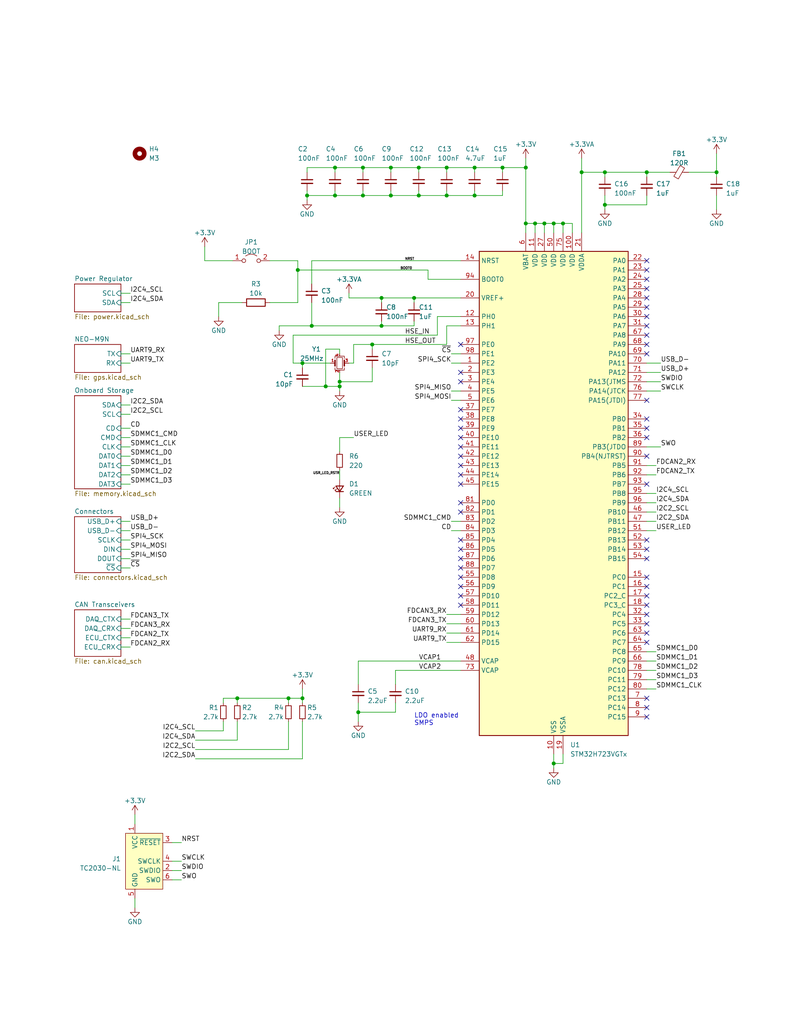
<source format=kicad_sch>
(kicad_sch (version 20250114) (generator "eeschema") (generator_version "9.0")
  (paper "USLetter" portrait)
  (title_block (title "SDM-24 Data Logger") (date "2024-01-20") (rev "v3.1") (company "Sun Devil Motorsports") (comment 1 "STM32H7 microcontroller circuitry"))
  (lib_symbols
    (symbol "Connector:Conn_ARM_SWD_TagConnect_TC2030-NL" (in_bom no)
      (property "Reference" "J" (at 2.54 11.43 0))
      (property "Value" "Conn_ARM_SWD_TagConnect_TC2030-NL" (at 2.54 8.89 0))
      (symbol "Conn_ARM_SWD_TagConnect_TC2030-NL_0_0"
        (pin power_in line (at -2.54 10.16 270) (length 2.54) (name "VCC") (number "1"))
        (pin power_in line (at -2.54 -10.16 90) (length 2.54) (name "GND") (number "5"))
        (pin open_collector line (at 7.62 5.08 180) (length 2.54) (name "~{RESET}") (number "3"))
        (pin output line (at 7.62 0 180) (length 2.54) (name "SWCLK") (number "4"))
        (pin bidirectional line (at 7.62 -2.54 180) (length 2.54) (name "SWDIO") (number "2"))
        (pin input line (at 7.62 -5.08 180) (length 2.54) (name "SWO") (number "6"))
      )
      (symbol "Conn_ARM_SWD_TagConnect_TC2030-NL_0_1"
        (rectangle (start -5.08 7.62) (end 5.08 -7.62) (fill (type background)))
      )
    )
    (symbol "Device:C_Small" (pin_numbers (hide yes)) (pin_names (offset 0.254) (hide yes))
      (property "Reference" "C" (at 0.254 1.778 0))
      (property "Value" "C_Small" (at 0.254 -2.032 0))
      (symbol "C_Small_0_1"
        (polyline (pts (xy -1.524 0.508) (xy 1.524 0.508)) (stroke (width 0.3048)))
        (polyline (pts (xy -1.524 -0.508) (xy 1.524 -0.508)) (stroke (width 0.3302)))
      )
      (symbol "C_Small_1_1"
        (pin passive line (at 0 2.54 270) (length 2.032) (name "~") (number "1"))
        (pin passive line (at 0 -2.54 90) (length 2.032) (name "~") (number "2"))
      )
    )
    (symbol "Device:Crystal_GND24_Small" (pin_names (offset 1.016) (hide yes))
      (property "Reference" "Y" (at 1.27 4.445 0))
      (property "Value" "Crystal_GND24_Small" (at 1.27 2.54 0))
      (symbol "Crystal_GND24_Small_0_1"
        (polyline (pts (xy -1.27 1.27) (xy -1.27 1.905) (xy 1.27 1.905) (xy 1.27 1.27)))
        (polyline (pts (xy -1.27 -0.762) (xy -1.27 0.762)) (stroke (width 0.381)))
        (polyline (pts (xy -1.27 -1.27) (xy -1.27 -1.905) (xy 1.27 -1.905) (xy 1.27 -1.27)))
        (rectangle (start -0.762 -1.524) (end 0.762 1.524))
        (polyline (pts (xy 1.27 -0.762) (xy 1.27 0.762)) (stroke (width 0.381)))
      )
      (symbol "Crystal_GND24_Small_1_1"
        (pin passive line (at -2.54 0 0) (length 1.27) (name "1") (number "1"))
        (pin passive line (at 0 2.54 270) (length 0.635) (name "4") (number "4"))
        (pin passive line (at 0 -2.54 90) (length 0.635) (name "2") (number "2"))
        (pin passive line (at 2.54 0 180) (length 1.27) (name "3") (number "3"))
      )
    )
    (symbol "Device:FerriteBead_Small" (pin_numbers (hide yes)) (pin_names (offset 0))
      (property "Reference" "FB" (at 1.905 1.27 0))
      (property "Value" "FerriteBead_Small" (at 1.905 -1.27 0))
      (symbol "FerriteBead_Small_0_1"
        (polyline (pts (xy -1.8288 0.2794) (xy -1.1176 1.4986) (xy 1.8288 -0.2032) (xy 1.1176 -1.4224) (xy -1.8288 0.2794)))
        (polyline (pts (xy 0 0.889) (xy 0 1.2954)))
        (polyline (pts (xy 0 -1.27) (xy 0 -0.7874)))
      )
      (symbol "FerriteBead_Small_1_1"
        (pin passive line (at 0 2.54 270) (length 1.27) (name "~") (number "1"))
        (pin passive line (at 0 -2.54 90) (length 1.27) (name "~") (number "2"))
      )
    )
    (symbol "Device:LED_Small" (pin_numbers (hide yes)) (pin_names (offset 0.254) (hide yes))
      (property "Reference" "D" (at -1.27 3.175 0))
      (property "Value" "LED_Small" (at -4.445 -2.54 0))
      (symbol "LED_Small_0_1"
        (polyline (pts (xy -0.762 -1.016) (xy -0.762 1.016)) (stroke (width 0.254)))
        (polyline (pts (xy 0 0.762) (xy -0.508 1.27) (xy -0.254 1.27) (xy -0.508 1.27) (xy -0.508 1.016)))
        (polyline (pts (xy 0.508 1.27) (xy 0 1.778) (xy 0.254 1.778) (xy 0 1.778) (xy 0 1.524)))
        (polyline (pts (xy 0.762 -1.016) (xy -0.762 0) (xy 0.762 1.016) (xy 0.762 -1.016)) (stroke (width 0.254)))
        (polyline (pts (xy 1.016 0) (xy -0.762 0)))
      )
      (symbol "LED_Small_1_1"
        (pin passive line (at -2.54 0 0) (length 1.778) (name "K") (number "1"))
        (pin passive line (at 2.54 0 180) (length 1.778) (name "A") (number "2"))
      )
    )
    (symbol "Device:R" (pin_numbers (hide yes)) (pin_names (offset 0))
      (property "Reference" "R" (at 2.032 0 90))
      (property "Value" "R" (at 0 0 90))
      (symbol "R_0_1"
        (rectangle (start -1.016 -2.54) (end 1.016 2.54) (stroke (width 0.254)))
      )
      (symbol "R_1_1"
        (pin passive line (at 0 3.81 270) (length 1.27) (name "~") (number "1"))
        (pin passive line (at 0 -3.81 90) (length 1.27) (name "~") (number "2"))
      )
    )
    (symbol "Device:R_Small" (pin_numbers (hide yes)) (pin_names (offset 0.254) (hide yes))
      (property "Reference" "R" (at 0.762 0.508 0))
      (property "Value" "R_Small" (at 0.762 -1.016 0))
      (symbol "R_Small_0_1"
        (rectangle (start -0.762 1.778) (end 0.762 -1.778) (stroke (width 0.2032)))
      )
      (symbol "R_Small_1_1"
        (pin passive line (at 0 2.54 270) (length 0.762) (name "~") (number "1"))
        (pin passive line (at 0 -2.54 90) (length 0.762) (name "~") (number "2"))
      )
    )
    (symbol "Jumper:Jumper_2_Open" (pin_names (offset 0) (hide yes))
      (property "Reference" "JP" (at 0 2.794 0))
      (property "Value" "Jumper_2_Open" (at 0 -2.286 0))
      (symbol "Jumper_2_Open_0_0"
        (circle (center -2.032 0) (radius 0.508))
        (circle (center 2.032 0) (radius 0.508))
      )
      (symbol "Jumper_2_Open_0_1"
        (arc (start -1.524 1.27) (mid 0 1.778) (end 1.524 1.27))
      )
      (symbol "Jumper_2_Open_1_1"
        (pin passive line (at -5.08 0 0) (length 2.54) (name "A") (number "1"))
        (pin passive line (at 5.08 0 180) (length 2.54) (name "B") (number "2"))
      )
    )
    (symbol "MCU_ST_STM32H7:STM32H723VGTx"
      (property "Reference" "U" (at -20.32 67.31 0))
      (property "Value" "STM32H723VGTx" (at 10.16 67.31 0))
      (symbol "STM32H723VGTx_0_1"
        (rectangle (start -20.32 -66.04) (end 20.32 66.04) (stroke (width 0.254)) (fill (type background)))
      )
      (symbol "STM32H723VGTx_1_1"
        (pin input line (at -25.4 63.5 0) (length 5.08) (name "NRST") (number "14"))
        (pin input line (at -25.4 58.42 0) (length 5.08) (name "BOOT0") (number "94"))
        (pin input line (at -25.4 53.34 0) (length 5.08) (name "VREF+") (number "20"))
        (pin bidirectional line (at -25.4 48.26 0) (length 5.08) (name "PH0") (number "12"))
        (pin bidirectional line (at -25.4 45.72 0) (length 5.08) (name "PH1") (number "13"))
        (pin bidirectional line (at -25.4 40.64 0) (length 5.08) (name "PE0") (number "97"))
        (pin bidirectional line (at -25.4 38.1 0) (length 5.08) (name "PE1") (number "98"))
        (pin bidirectional line (at -25.4 35.56 0) (length 5.08) (name "PE2") (number "1"))
        (pin bidirectional line (at -25.4 33.02 0) (length 5.08) (name "PE3") (number "2"))
        (pin bidirectional line (at -25.4 30.48 0) (length 5.08) (name "PE4") (number "3"))
        (pin bidirectional line (at -25.4 27.94 0) (length 5.08) (name "PE5") (number "4"))
        (pin bidirectional line (at -25.4 25.4 0) (length 5.08) (name "PE6") (number "5"))
        (pin bidirectional line (at -25.4 22.86 0) (length 5.08) (name "PE7") (number "37"))
        (pin bidirectional line (at -25.4 20.32 0) (length 5.08) (name "PE8") (number "38"))
        (pin bidirectional line (at -25.4 17.78 0) (length 5.08) (name "PE9") (number "39"))
        (pin bidirectional line (at -25.4 15.24 0) (length 5.08) (name "PE10") (number "40"))
        (pin bidirectional line (at -25.4 12.7 0) (length 5.08) (name "PE11") (number "41"))
        (pin bidirectional line (at -25.4 10.16 0) (length 5.08) (name "PE12") (number "42"))
        (pin bidirectional line (at -25.4 7.62 0) (length 5.08) (name "PE13") (number "43"))
        (pin bidirectional line (at -25.4 5.08 0) (length 5.08) (name "PE14") (number "44"))
        (pin bidirectional line (at -25.4 2.54 0) (length 5.08) (name "PE15") (number "45"))
        (pin bidirectional line (at -25.4 -2.54 0) (length 5.08) (name "PD0") (number "81"))
        (pin bidirectional line (at -25.4 -5.08 0) (length 5.08) (name "PD1") (number "82"))
        (pin bidirectional line (at -25.4 -7.62 0) (length 5.08) (name "PD2") (number "83"))
        (pin bidirectional line (at -25.4 -10.16 0) (length 5.08) (name "PD3") (number "84"))
        (pin bidirectional line (at -25.4 -12.7 0) (length 5.08) (name "PD4") (number "85"))
        (pin bidirectional line (at -25.4 -15.24 0) (length 5.08) (name "PD5") (number "86"))
        (pin bidirectional line (at -25.4 -17.78 0) (length 5.08) (name "PD6") (number "87"))
        (pin bidirectional line (at -25.4 -20.32 0) (length 5.08) (name "PD7") (number "88"))
        (pin bidirectional line (at -25.4 -22.86 0) (length 5.08) (name "PD8") (number "55"))
        (pin bidirectional line (at -25.4 -25.4 0) (length 5.08) (name "PD9") (number "56"))
        (pin bidirectional line (at -25.4 -27.94 0) (length 5.08) (name "PD10") (number "57"))
        (pin bidirectional line (at -25.4 -30.48 0) (length 5.08) (name "PD11") (number "58"))
        (pin bidirectional line (at -25.4 -33.02 0) (length 5.08) (name "PD12") (number "59"))
        (pin bidirectional line (at -25.4 -35.56 0) (length 5.08) (name "PD13") (number "60"))
        (pin bidirectional line (at -25.4 -38.1 0) (length 5.08) (name "PD14") (number "61"))
        (pin bidirectional line (at -25.4 -40.64 0) (length 5.08) (name "PD15") (number "62"))
        (pin power_out line (at -25.4 -45.72 0) (length 5.08) (name "VCAP") (number "48"))
        (pin power_out line (at -25.4 -48.26 0) (length 5.08) (name "VCAP") (number "73"))
        (pin power_in line (at -7.62 71.12 270) (length 5.08) (name "VBAT") (number "6"))
        (pin power_in line (at -5.08 71.12 270) (length 5.08) (name "VDD") (number "11"))
        (pin power_in line (at -2.54 71.12 270) (length 5.08) (name "VDD") (number "27"))
        (pin power_in line (at 0 71.12 270) (length 5.08) (name "VDD") (number "50"))
        (pin power_in line (at 0 -71.12 90) (length 5.08) (name "VSS") (number "10"))
        (pin passive line (at 0 -71.12 90) (length 5.08) (hide yes) (name "VSS") (number "26"))
        (pin passive line (at 0 -71.12 90) (length 5.08) (hide yes) (name "VSS") (number "49"))
        (pin passive line (at 0 -71.12 90) (length 5.08) (hide yes) (name "VSS") (number "74"))
        (pin passive line (at 0 -71.12 90) (length 5.08) (hide yes) (name "VSS") (number "99"))
        (pin power_in line (at 2.54 71.12 270) (length 5.08) (name "VDD") (number "75"))
        (pin power_in line (at 2.54 -71.12 90) (length 5.08) (name "VSSA") (number "19"))
        (pin power_in line (at 5.08 71.12 270) (length 5.08) (name "VDD") (number "100"))
        (pin power_in line (at 7.62 71.12 270) (length 5.08) (name "VDDA") (number "21"))
        (pin bidirectional line (at 25.4 63.5 180) (length 5.08) (name "PA0") (number "22"))
        (pin bidirectional line (at 25.4 60.96 180) (length 5.08) (name "PA1") (number "23"))
        (pin bidirectional line (at 25.4 58.42 180) (length 5.08) (name "PA2") (number "24"))
        (pin bidirectional line (at 25.4 55.88 180) (length 5.08) (name "PA3") (number "25"))
        (pin bidirectional line (at 25.4 53.34 180) (length 5.08) (name "PA4") (number "28"))
        (pin bidirectional line (at 25.4 50.8 180) (length 5.08) (name "PA5") (number "29"))
        (pin bidirectional line (at 25.4 48.26 180) (length 5.08) (name "PA6") (number "30"))
        (pin bidirectional line (at 25.4 45.72 180) (length 5.08) (name "PA7") (number "31"))
        (pin bidirectional line (at 25.4 43.18 180) (length 5.08) (name "PA8") (number "67"))
        (pin bidirectional line (at 25.4 40.64 180) (length 5.08) (name "PA9") (number "68"))
        (pin bidirectional line (at 25.4 38.1 180) (length 5.08) (name "PA10") (number "69"))
        (pin bidirectional line (at 25.4 35.56 180) (length 5.08) (name "PA11") (number "70"))
        (pin bidirectional line (at 25.4 33.02 180) (length 5.08) (name "PA12") (number "71"))
        (pin bidirectional line (at 25.4 30.48 180) (length 5.08) (name "PA13(JTMS") (number "72"))
        (pin bidirectional line (at 25.4 27.94 180) (length 5.08) (name "PA14(JTCK") (number "76"))
        (pin bidirectional line (at 25.4 25.4 180) (length 5.08) (name "PA15(JTDI)") (number "77"))
        (pin bidirectional line (at 25.4 20.32 180) (length 5.08) (name "PB0") (number "34"))
        (pin bidirectional line (at 25.4 17.78 180) (length 5.08) (name "PB1") (number "35"))
        (pin bidirectional line (at 25.4 15.24 180) (length 5.08) (name "PB2") (number "36"))
        (pin bidirectional line (at 25.4 12.7 180) (length 5.08) (name "PB3(JTDO") (number "89"))
        (pin bidirectional line (at 25.4 10.16 180) (length 5.08) (name "PB4(NJTRST)") (number "90"))
        (pin bidirectional line (at 25.4 7.62 180) (length 5.08) (name "PB5") (number "91"))
        (pin bidirectional line (at 25.4 5.08 180) (length 5.08) (name "PB6") (number "92"))
        (pin bidirectional line (at 25.4 2.54 180) (length 5.08) (name "PB7") (number "93"))
        (pin bidirectional line (at 25.4 0 180) (length 5.08) (name "PB8") (number "95"))
        (pin bidirectional line (at 25.4 -2.54 180) (length 5.08) (name "PB9") (number "96"))
        (pin bidirectional line (at 25.4 -5.08 180) (length 5.08) (name "PB10") (number "46"))
        (pin bidirectional line (at 25.4 -7.62 180) (length 5.08) (name "PB11") (number "47"))
        (pin bidirectional line (at 25.4 -10.16 180) (length 5.08) (name "PB12") (number "51"))
        (pin bidirectional line (at 25.4 -12.7 180) (length 5.08) (name "PB13") (number "52"))
        (pin bidirectional line (at 25.4 -15.24 180) (length 5.08) (name "PB14") (number "53"))
        (pin bidirectional line (at 25.4 -17.78 180) (length 5.08) (name "PB15") (number "54"))
        (pin bidirectional line (at 25.4 -22.86 180) (length 5.08) (name "PC0") (number "15"))
        (pin bidirectional line (at 25.4 -25.4 180) (length 5.08) (name "PC1") (number "16"))
        (pin bidirectional line (at 25.4 -27.94 180) (length 5.08) (name "PC2_C") (number "17"))
        (pin bidirectional line (at 25.4 -30.48 180) (length 5.08) (name "PC3_C") (number "18"))
        (pin bidirectional line (at 25.4 -33.02 180) (length 5.08) (name "PC4") (number "32"))
        (pin bidirectional line (at 25.4 -35.56 180) (length 5.08) (name "PC5") (number "33"))
        (pin bidirectional line (at 25.4 -38.1 180) (length 5.08) (name "PC6") (number "63"))
        (pin bidirectional line (at 25.4 -40.64 180) (length 5.08) (name "PC7") (number "64"))
        (pin bidirectional line (at 25.4 -43.18 180) (length 5.08) (name "PC8") (number "65"))
        (pin bidirectional line (at 25.4 -45.72 180) (length 5.08) (name "PC9") (number "66"))
        (pin bidirectional line (at 25.4 -48.26 180) (length 5.08) (name "PC10") (number "78"))
        (pin bidirectional line (at 25.4 -50.8 180) (length 5.08) (name "PC11") (number "79"))
        (pin bidirectional line (at 25.4 -53.34 180) (length 5.08) (name "PC12") (number "80"))
        (pin bidirectional line (at 25.4 -55.88 180) (length 5.08) (name "PC13") (number "7"))
        (pin bidirectional line (at 25.4 -58.42 180) (length 5.08) (name "PC14") (number "8"))
        (pin bidirectional line (at 25.4 -60.96 180) (length 5.08) (name "PC15") (number "9"))
      )
    )
    (symbol "Mechanical:MountingHole" (pin_names (offset 1.016))
      (property "Reference" "H" (at 0 5.08 0))
      (property "Value" "MountingHole" (at 0 3.175 0))
      (symbol "MountingHole_0_1"
        (circle (center 0 0) (radius 1.27) (stroke (width 1.27)))
      )
    )
    (symbol "power:+3.3V" (power) (pin_names (offset 0))
      (property "Value" "+3.3V" (at 0 3.556 0))
      (symbol "+3.3V_0_1"
        (polyline (pts (xy -0.762 1.27) (xy 0 2.54)))
        (polyline (pts (xy 0 2.54) (xy 0.762 1.27)))
        (polyline (pts (xy 0 0) (xy 0 2.54)))
      )
      (symbol "+3.3V_1_1"
        (pin power_in line (at 0 0 90) (length 0) (hide yes) (name "+3.3V") (number "1"))
      )
    )
    (symbol "power:+3.3VA" (power) (pin_names (offset 0))
      (property "Value" "+3.3VA" (at 0 3.556 0))
      (symbol "+3.3VA_0_1"
        (polyline (pts (xy -0.762 1.27) (xy 0 2.54)))
        (polyline (pts (xy 0 2.54) (xy 0.762 1.27)))
        (polyline (pts (xy 0 0) (xy 0 2.54)))
      )
      (symbol "+3.3VA_1_1"
        (pin power_in line (at 0 0 90) (length 0) (hide yes) (name "+3.3VA") (number "1"))
      )
    )
    (symbol "power:GND" (power) (pin_names (offset 0))
      (property "Value" "GND" (at 0 -3.81 0))
      (symbol "GND_0_1"
        (polyline (pts (xy 0 0) (xy 0 -1.27) (xy 1.27 -1.27) (xy 0 -2.54) (xy -1.27 -1.27) (xy 0 -1.27)))
      )
      (symbol "GND_1_1"
        (pin power_in line (at 0 0 270) (length 0) (hide yes) (name "GND") (number "1"))
      )
    )
  )
  (text "LDO enabled\nSMPS" (at 113.03 198.12 0) (effects (font (size 1.27 1.27)) (justify left bottom)))
  (junction (at 83.82 53.34))
  (junction (at 113.03 81.28))
  (junction (at 85.09 88.9))
  (junction (at 148.59 60.96))
  (junction (at 99.06 53.34))
  (junction (at 104.14 81.28))
  (junction (at 121.92 45.72))
  (junction (at 137.16 45.72))
  (junction (at 88.9 105.41))
  (junction (at 64.77 190.5))
  (junction (at 92.71 105.41))
  (junction (at 78.74 190.5))
  (junction (at 143.51 45.72))
  (junction (at 153.67 60.96))
  (junction (at 101.6 93.98))
  (junction (at 91.44 45.72))
  (junction (at 129.54 45.72))
  (junction (at 81.28 73.66))
  (junction (at 165.1 55.88))
  (junction (at 176.53 46.99))
  (junction (at 99.06 45.72))
  (junction (at 121.92 53.34))
  (junction (at 104.14 88.9))
  (junction (at 151.13 60.96))
  (junction (at 106.68 45.72))
  (junction (at 82.55 99.06))
  (junction (at 129.54 53.34))
  (junction (at 92.71 104.14))
  (junction (at 82.55 190.5))
  (junction (at 143.51 60.96))
  (junction (at 114.3 53.34))
  (junction (at 165.1 46.99))
  (junction (at 97.79 194.31))
  (junction (at 106.68 53.34))
  (junction (at 114.3 45.72))
  (junction (at 146.05 60.96))
  (junction (at 158.75 46.99))
  (junction (at 195.58 46.99))
  (junction (at 151.13 208.28))
  (junction (at 91.44 53.34))
  (no_connect (at 125.73 157.48))
  (no_connect (at 125.73 149.86))
  (no_connect (at 176.53 96.52))
  (no_connect (at 176.53 170.18))
  (no_connect (at 176.53 88.9))
  (no_connect (at 176.53 116.84))
  (no_connect (at 176.53 157.48))
  (no_connect (at 125.73 93.98))
  (no_connect (at 125.73 139.7))
  (no_connect (at 125.73 162.56))
  (no_connect (at 176.53 83.82))
  (no_connect (at 125.73 116.84))
  (no_connect (at 125.73 127))
  (no_connect (at 176.53 147.32))
  (no_connect (at 176.53 81.28))
  (no_connect (at 176.53 71.12))
  (no_connect (at 176.53 152.4))
  (no_connect (at 125.73 160.02))
  (no_connect (at 125.73 129.54))
  (no_connect (at 176.53 190.5))
  (no_connect (at 176.53 193.04))
  (no_connect (at 125.73 111.76))
  (no_connect (at 176.53 195.58))
  (no_connect (at 176.53 86.36))
  (no_connect (at 176.53 160.02))
  (no_connect (at 176.53 132.08))
  (no_connect (at 176.53 91.44))
  (no_connect (at 176.53 172.72))
  (no_connect (at 176.53 73.66))
  (no_connect (at 176.53 78.74))
  (no_connect (at 125.73 147.32))
  (no_connect (at 125.73 165.1))
  (no_connect (at 176.53 76.2))
  (no_connect (at 176.53 167.64))
  (no_connect (at 125.73 104.14))
  (no_connect (at 125.73 152.4))
  (no_connect (at 176.53 149.86))
  (no_connect (at 125.73 154.94))
  (no_connect (at 125.73 101.6))
  (no_connect (at 176.53 93.98))
  (no_connect (at 176.53 162.56))
  (no_connect (at 176.53 119.38))
  (no_connect (at 176.53 109.22))
  (no_connect (at 125.73 132.08))
  (no_connect (at 176.53 114.3))
  (no_connect (at 125.73 119.38))
  (no_connect (at 176.53 124.46))
  (no_connect (at 125.73 124.46))
  (no_connect (at 176.53 165.1))
  (no_connect (at 125.73 137.16))
  (no_connect (at 125.73 114.3))
  (no_connect (at 176.53 175.26))
  (no_connect (at 125.73 121.92))
  (wire (pts (xy 146.05 60.96) (xy 143.51 60.96)))
  (wire (pts (xy 123.19 99.06) (xy 125.73 99.06)))
  (wire (pts (xy 129.54 52.07) (xy 129.54 53.34)))
  (wire (pts (xy 33.02 96.52) (xy 35.56 96.52)))
  (wire (pts (xy 123.19 106.68) (xy 125.73 106.68)))
  (wire (pts (xy 143.51 43.18) (xy 143.51 45.72)))
  (wire (pts (xy 33.02 144.78) (xy 35.56 144.78)))
  (wire (pts (xy 80.01 91.44) (xy 119.38 91.44)))
  (wire (pts (xy 53.34 201.93) (xy 64.77 201.93)))
  (wire (pts (xy 82.55 99.06) (xy 82.55 100.33)))
  (wire (pts (xy 137.16 53.34) (xy 129.54 53.34)))
  (wire (pts (xy 81.28 73.66) (xy 81.28 71.12)))
  (wire (pts (xy 91.44 45.72) (xy 99.06 45.72)))
  (wire (pts (xy 129.54 46.99) (xy 129.54 45.72)))
  (wire (pts (xy 97.79 180.34) (xy 125.73 180.34)))
  (wire (pts (xy 176.53 129.54) (xy 179.07 129.54)))
  (wire (pts (xy 101.6 93.98) (xy 121.92 93.98)))
  (wire (pts (xy 176.53 106.68) (xy 180.34 106.68)))
  (wire (pts (xy 187.96 46.99) (xy 195.58 46.99)))
  (wire (pts (xy 153.67 60.96) (xy 151.13 60.96)))
  (wire (pts (xy 33.02 119.38) (xy 35.56 119.38)))
  (wire (pts (xy 95.25 81.28) (xy 104.14 81.28)))
  (wire (pts (xy 176.53 99.06) (xy 180.34 99.06)))
  (wire (pts (xy 116.84 76.2) (xy 116.84 73.66)))
  (wire (pts (xy 36.83 245.11) (xy 36.83 247.65)))
  (wire (pts (xy 33.02 127) (xy 35.56 127)))
  (wire (pts (xy 33.02 171.45) (xy 35.56 171.45)))
  (wire (pts (xy 83.82 52.07) (xy 83.82 53.34)))
  (wire (pts (xy 104.14 81.28) (xy 104.14 82.55)))
  (wire (pts (xy 114.3 45.72) (xy 121.92 45.72)))
  (wire (pts (xy 176.53 53.34) (xy 176.53 55.88)))
  (wire (pts (xy 59.69 82.55) (xy 59.69 86.36)))
  (wire (pts (xy 46.99 234.95) (xy 49.53 234.95)))
  (wire (pts (xy 106.68 45.72) (xy 114.3 45.72)))
  (wire (pts (xy 46.99 229.87) (xy 49.53 229.87)))
  (wire (pts (xy 91.44 52.07) (xy 91.44 53.34)))
  (wire (pts (xy 97.79 191.77) (xy 97.79 194.31)))
  (wire (pts (xy 33.02 176.53) (xy 35.56 176.53)))
  (wire (pts (xy 101.6 104.14) (xy 92.71 104.14)))
  (wire (pts (xy 96.52 93.98) (xy 101.6 93.98)))
  (wire (pts (xy 36.83 222.25) (xy 36.83 224.79)))
  (wire (pts (xy 33.02 82.55) (xy 35.56 82.55)))
  (wire (pts (xy 165.1 48.26) (xy 165.1 46.99)))
  (wire (pts (xy 125.73 88.9) (xy 121.92 88.9)))
  (wire (pts (xy 33.02 99.06) (xy 35.56 99.06)))
  (wire (pts (xy 156.21 63.5) (xy 156.21 60.96)))
  (wire (pts (xy 91.44 53.34) (xy 99.06 53.34)))
  (wire (pts (xy 81.28 82.55) (xy 73.66 82.55)))
  (wire (pts (xy 97.79 186.69) (xy 97.79 180.34)))
  (wire (pts (xy 80.01 99.06) (xy 82.55 99.06)))
  (wire (pts (xy 33.02 173.99) (xy 35.56 173.99)))
  (wire (pts (xy 92.71 119.38) (xy 96.52 119.38)))
  (wire (pts (xy 99.06 45.72) (xy 106.68 45.72)))
  (wire (pts (xy 82.55 207.01) (xy 53.34 207.01)))
  (wire (pts (xy 151.13 63.5) (xy 151.13 60.96)))
  (wire (pts (xy 165.1 46.99) (xy 158.75 46.99)))
  (wire (pts (xy 101.6 93.98) (xy 101.6 95.25)))
  (wire (pts (xy 59.69 82.55) (xy 66.04 82.55)))
  (wire (pts (xy 176.53 180.34) (xy 179.07 180.34)))
  (wire (pts (xy 64.77 201.93) (xy 64.77 196.85)))
  (wire (pts (xy 113.03 88.9) (xy 104.14 88.9)))
  (wire (pts (xy 92.71 104.14) (xy 92.71 105.41)))
  (wire (pts (xy 125.73 182.88) (xy 107.95 182.88)))
  (wire (pts (xy 53.34 204.47) (xy 78.74 204.47)))
  (wire (pts (xy 114.3 46.99) (xy 114.3 45.72)))
  (wire (pts (xy 85.09 71.12) (xy 85.09 77.47)))
  (wire (pts (xy 33.02 132.08) (xy 35.56 132.08)))
  (wire (pts (xy 85.09 71.12) (xy 125.73 71.12)))
  (wire (pts (xy 33.02 116.84) (xy 35.56 116.84)))
  (wire (pts (xy 95.25 81.28) (xy 95.25 80.01)))
  (wire (pts (xy 92.71 135.89) (xy 92.71 138.43)))
  (wire (pts (xy 121.92 53.34) (xy 114.3 53.34)))
  (wire (pts (xy 80.01 91.44) (xy 80.01 99.06)))
  (wire (pts (xy 121.92 172.72) (xy 125.73 172.72)))
  (wire (pts (xy 106.68 46.99) (xy 106.68 45.72)))
  (wire (pts (xy 143.51 60.96) (xy 143.51 63.5)))
  (wire (pts (xy 113.03 81.28) (xy 113.03 82.55)))
  (wire (pts (xy 176.53 134.62) (xy 179.07 134.62)))
  (wire (pts (xy 123.19 144.78) (xy 125.73 144.78)))
  (wire (pts (xy 121.92 53.34) (xy 129.54 53.34)))
  (wire (pts (xy 104.14 87.63) (xy 104.14 88.9)))
  (wire (pts (xy 96.52 99.06) (xy 96.52 93.98)))
  (wire (pts (xy 92.71 101.6) (xy 92.71 104.14)))
  (wire (pts (xy 64.77 191.77) (xy 64.77 190.5)))
  (wire (pts (xy 176.53 48.26) (xy 176.53 46.99)))
  (wire (pts (xy 55.88 71.12) (xy 63.5 71.12)))
  (wire (pts (xy 153.67 63.5) (xy 153.67 60.96)))
  (wire (pts (xy 60.96 190.5) (xy 64.77 190.5)))
  (wire (pts (xy 176.53 55.88) (xy 165.1 55.88)))
  (wire (pts (xy 92.71 128.27) (xy 92.71 130.81)))
  (wire (pts (xy 176.53 101.6) (xy 180.34 101.6)))
  (wire (pts (xy 64.77 190.5) (xy 78.74 190.5)))
  (wire (pts (xy 121.92 46.99) (xy 121.92 45.72)))
  (wire (pts (xy 123.19 109.22) (xy 125.73 109.22)))
  (wire (pts (xy 92.71 105.41) (xy 92.71 106.68)))
  (wire (pts (xy 113.03 81.28) (xy 125.73 81.28)))
  (wire (pts (xy 97.79 194.31) (xy 97.79 196.85)))
  (wire (pts (xy 158.75 46.99) (xy 158.75 63.5)))
  (wire (pts (xy 33.02 168.91) (xy 35.56 168.91)))
  (wire (pts (xy 119.38 86.36) (xy 119.38 91.44)))
  (wire (pts (xy 82.55 196.85) (xy 82.55 207.01)))
  (wire (pts (xy 88.9 105.41) (xy 92.71 105.41)))
  (wire (pts (xy 114.3 53.34) (xy 106.68 53.34)))
  (wire (pts (xy 107.95 191.77) (xy 107.95 194.31)))
  (wire (pts (xy 176.53 142.24) (xy 179.07 142.24)))
  (wire (pts (xy 83.82 45.72) (xy 91.44 45.72)))
  (wire (pts (xy 165.1 46.99) (xy 176.53 46.99)))
  (wire (pts (xy 165.1 53.34) (xy 165.1 55.88)))
  (wire (pts (xy 82.55 187.96) (xy 82.55 190.5)))
  (wire (pts (xy 33.02 110.49) (xy 35.56 110.49)))
  (wire (pts (xy 176.53 104.14) (xy 180.34 104.14)))
  (wire (pts (xy 95.25 99.06) (xy 96.52 99.06)))
  (wire (pts (xy 81.28 71.12) (xy 73.66 71.12)))
  (wire (pts (xy 76.2 88.9) (xy 85.09 88.9)))
  (wire (pts (xy 81.28 73.66) (xy 116.84 73.66)))
  (wire (pts (xy 83.82 46.99) (xy 83.82 45.72)))
  (wire (pts (xy 158.75 43.18) (xy 158.75 46.99)))
  (wire (pts (xy 176.53 182.88) (xy 179.07 182.88)))
  (wire (pts (xy 176.53 121.92) (xy 180.34 121.92)))
  (wire (pts (xy 195.58 41.91) (xy 195.58 46.99)))
  (wire (pts (xy 121.92 45.72) (xy 129.54 45.72)))
  (wire (pts (xy 107.95 194.31) (xy 97.79 194.31)))
  (wire (pts (xy 121.92 170.18) (xy 125.73 170.18)))
  (wire (pts (xy 33.02 154.94) (xy 35.56 154.94)))
  (wire (pts (xy 165.1 55.88) (xy 165.1 57.15)))
  (wire (pts (xy 55.88 71.12) (xy 55.88 67.31)))
  (wire (pts (xy 123.19 96.52) (xy 125.73 96.52)))
  (wire (pts (xy 33.02 147.32) (xy 35.56 147.32)))
  (wire (pts (xy 33.02 124.46) (xy 35.56 124.46)))
  (wire (pts (xy 33.02 113.03) (xy 35.56 113.03)))
  (wire (pts (xy 123.19 142.24) (xy 125.73 142.24)))
  (wire (pts (xy 195.58 53.34) (xy 195.58 57.15)))
  (wire (pts (xy 151.13 205.74) (xy 151.13 208.28)))
  (wire (pts (xy 92.71 95.25) (xy 88.9 95.25)))
  (wire (pts (xy 156.21 60.96) (xy 153.67 60.96)))
  (wire (pts (xy 46.99 237.49) (xy 49.53 237.49)))
  (wire (pts (xy 176.53 144.78) (xy 179.07 144.78)))
  (wire (pts (xy 101.6 100.33) (xy 101.6 104.14)))
  (wire (pts (xy 125.73 86.36) (xy 119.38 86.36)))
  (wire (pts (xy 176.53 46.99) (xy 182.88 46.99)))
  (wire (pts (xy 137.16 52.07) (xy 137.16 53.34)))
  (wire (pts (xy 148.59 60.96) (xy 146.05 60.96)))
  (wire (pts (xy 176.53 139.7) (xy 179.07 139.7)))
  (wire (pts (xy 146.05 63.5) (xy 146.05 60.96)))
  (wire (pts (xy 60.96 191.77) (xy 60.96 190.5)))
  (wire (pts (xy 83.82 53.34) (xy 91.44 53.34)))
  (wire (pts (xy 176.53 127) (xy 179.07 127)))
  (wire (pts (xy 151.13 60.96) (xy 148.59 60.96)))
  (wire (pts (xy 33.02 149.86) (xy 35.56 149.86)))
  (wire (pts (xy 121.92 88.9) (xy 121.92 93.98)))
  (wire (pts (xy 53.34 199.39) (xy 60.96 199.39)))
  (wire (pts (xy 114.3 52.07) (xy 114.3 53.34)))
  (wire (pts (xy 151.13 208.28) (xy 151.13 209.55)))
  (wire (pts (xy 176.53 177.8) (xy 179.07 177.8)))
  (wire (pts (xy 78.74 190.5) (xy 82.55 190.5)))
  (wire (pts (xy 104.14 81.28) (xy 113.03 81.28)))
  (wire (pts (xy 116.84 76.2) (xy 125.73 76.2)))
  (wire (pts (xy 78.74 196.85) (xy 78.74 204.47)))
  (wire (pts (xy 129.54 45.72) (xy 137.16 45.72)))
  (wire (pts (xy 121.92 52.07) (xy 121.92 53.34)))
  (wire (pts (xy 113.03 87.63) (xy 113.03 88.9)))
  (wire (pts (xy 153.67 205.74) (xy 153.67 208.28)))
  (wire (pts (xy 176.53 185.42) (xy 179.07 185.42)))
  (wire (pts (xy 76.2 88.9) (xy 76.2 90.17)))
  (wire (pts (xy 195.58 46.99) (xy 195.58 48.26)))
  (wire (pts (xy 33.02 129.54) (xy 35.56 129.54)))
  (wire (pts (xy 81.28 73.66) (xy 81.28 82.55)))
  (wire (pts (xy 176.53 137.16) (xy 179.07 137.16)))
  (wire (pts (xy 60.96 199.39) (xy 60.96 196.85)))
  (wire (pts (xy 92.71 123.19) (xy 92.71 119.38)))
  (wire (pts (xy 153.67 208.28) (xy 151.13 208.28)))
  (wire (pts (xy 33.02 142.24) (xy 35.56 142.24)))
  (wire (pts (xy 107.95 182.88) (xy 107.95 186.69)))
  (wire (pts (xy 33.02 80.01) (xy 35.56 80.01)))
  (wire (pts (xy 78.74 191.77) (xy 78.74 190.5)))
  (wire (pts (xy 99.06 53.34) (xy 106.68 53.34)))
  (wire (pts (xy 88.9 95.25) (xy 88.9 105.41)))
  (wire (pts (xy 85.09 88.9) (xy 104.14 88.9)))
  (wire (pts (xy 137.16 45.72) (xy 137.16 46.99)))
  (wire (pts (xy 82.55 99.06) (xy 90.17 99.06)))
  (wire (pts (xy 137.16 45.72) (xy 143.51 45.72)))
  (wire (pts (xy 91.44 46.99) (xy 91.44 45.72)))
  (wire (pts (xy 121.92 167.64) (xy 125.73 167.64)))
  (wire (pts (xy 92.71 96.52) (xy 92.71 95.25)))
  (wire (pts (xy 99.06 52.07) (xy 99.06 53.34)))
  (wire (pts (xy 121.92 175.26) (xy 125.73 175.26)))
  (wire (pts (xy 148.59 63.5) (xy 148.59 60.96)))
  (wire (pts (xy 143.51 45.72) (xy 143.51 60.96)))
  (wire (pts (xy 176.53 187.96) (xy 179.07 187.96)))
  (wire (pts (xy 83.82 53.34) (xy 83.82 54.61)))
  (wire (pts (xy 106.68 52.07) (xy 106.68 53.34)))
  (wire (pts (xy 46.99 240.03) (xy 49.53 240.03)))
  (wire (pts (xy 99.06 46.99) (xy 99.06 45.72)))
  (wire (pts (xy 82.55 105.41) (xy 88.9 105.41)))
  (wire (pts (xy 33.02 152.4) (xy 35.56 152.4)))
  (wire (pts (xy 85.09 88.9) (xy 85.09 82.55)))
  (wire (pts (xy 33.02 121.92) (xy 35.56 121.92)))
  (wire (pts (xy 82.55 190.5) (xy 82.55 191.77)))
  (label "USER_LED" (at 96.52 119.38 0))
  (label "SPI4_MOSI" (at 123.19 109.22 180))
  (label "SPI4_MOSI" (at 35.56 149.86 0))
  (label "SWCLK" (at 49.53 234.95 0))
  (label "SPI4_SCK" (at 123.19 99.06 180))
  (label "FDCAN2_RX" (at 179.07 127 0))
  (label "SDMMC1_D2" (at 179.07 182.88 0))
  (label "CD" (at 35.56 116.84 0))
  (label "BOOT0" (at 109.22 73.66 0) (effects (font (size 0.65 0.65))))
  (label "FDCAN2_TX" (at 35.56 173.99 0))
  (label "SDMMC1_D3" (at 35.56 132.08 0))
  (label "I2C2_SCL" (at 35.56 113.03 0))
  (label "USB_D+" (at 35.56 142.24 0))
  (label "SDMMC1_CLK" (at 35.56 121.92 0))
  (label "FDCAN2_RX" (at 35.56 176.53 0))
  (label "SWO" (at 49.53 240.03 0))
  (label "SDMMC1_D2" (at 35.56 129.54 0))
  (label "SDMMC1_D0" (at 179.07 177.8 0))
  (label "SDMMC1_CMD" (at 123.19 142.24 180))
  (label "I2C2_SCL" (at 53.34 204.47 180))
  (label "USER_LED" (at 179.07 144.78 0))
  (label "SPI4_MISO" (at 35.56 152.4 0))
  (label "HSE_OUT" (at 110.49 93.98 0))
  (label "FDCAN3_TX" (at 121.92 170.18 180))
  (label "I2C4_SCL" (at 179.07 134.62 0))
  (label "I2C2_SDA" (at 53.34 207.01 180))
  (label "SPI4_MISO" (at 123.19 106.68 180))
  (label "FDCAN3_RX" (at 121.92 167.64 180))
  (label "SDMMC1_D1" (at 179.07 180.34 0))
  (label "CD" (at 123.19 144.78 180))
  (label "I2C4_SCL" (at 53.34 199.39 180))
  (label "I2C2_SDA" (at 35.56 110.49 0))
  (label "SDMMC1_D1" (at 35.56 127 0))
  (label "FDCAN3_RX" (at 35.56 171.45 0))
  (label "UART9_RX" (at 35.56 96.52 0))
  (label "~{CS}" (at 35.56 154.94 0))
  (label "I2C4_SDA" (at 53.34 201.93 180))
  (label "SWDIO" (at 180.34 104.14 0))
  (label "I2C2_SCL" (at 179.07 139.7 0))
  (label "USB_D+" (at 180.34 101.6 0))
  (label "USR_LED_RSTR" (at 92.71 129.54 180) (effects (font (size 0.65 0.65))))
  (label "SWO" (at 180.34 121.92 0))
  (label "~{CS}" (at 123.19 96.52 180))
  (label "USB_D-" (at 35.56 144.78 0))
  (label "VCAP2" (at 114.3 182.88 0))
  (label "UART9_TX" (at 35.56 99.06 0))
  (label "I2C4_SDA" (at 35.56 82.55 0))
  (label "USB_D-" (at 180.34 99.06 0))
  (label "I2C4_SDA" (at 179.07 137.16 0))
  (label "I2C2_SDA" (at 179.07 142.24 0))
  (label "NRST" (at 110.49 71.12 0) (effects (font (size 0.65 0.65))))
  (label "SPI4_SCK" (at 35.56 147.32 0))
  (label "FDCAN3_TX" (at 35.56 168.91 0))
  (label "I2C4_SCL" (at 35.56 80.01 0))
  (label "SWCLK" (at 180.34 106.68 0))
  (label "HSE_IN" (at 110.49 91.44 0))
  (label "VCAP1" (at 114.3 180.34 0))
  (label "SDMMC1_CLK" (at 179.07 187.96 0))
  (label "NRST" (at 49.53 229.87 0))
  (label "SWDIO" (at 49.53 237.49 0))
  (label "UART9_RX" (at 121.92 172.72 180))
  (label "FDCAN2_TX" (at 179.07 129.54 0))
  (label "SDMMC1_D3" (at 179.07 185.42 0))
  (label "SDMMC1_CMD" (at 35.56 119.38 0))
  (label "SDMMC1_D0" (at 35.56 124.46 0))
  (label "UART9_TX" (at 121.92 175.26 180))
  (symbol (lib_id "power:+3.3V") (at 195.58 41.91 0) (unit 1)
    (property "Reference" "#PWR015" (effects (hide yes)))
    (property "Value" "+3.3V" (at 195.58 38.1 0))
  )
  (symbol (lib_id "power:GND") (at 97.79 196.85 0) (unit 1)
    (property "Reference" "#PWR010" (effects (hide yes)))
    (property "Value" "GND" (at 97.79 200.66 0))
  )
  (symbol (lib_id "Device:C_Small") (at 114.3 49.53 0) (unit 1)
    (property "Reference" "C12" (at 111.76 40.64 0) (effects (justify left)))
    (property "Value" "100nF" (at 111.76 43.18 0) (effects (justify left)))
    (property "Footprint" "Capacitor_SMD:C_0402_1005Metric" (effects (hide yes)))
  )
  (symbol (lib_id "power:GND") (at 151.13 209.55 0) (unit 1)
    (property "Reference" "#PWR012" (effects (hide yes)))
    (property "Value" "GND" (at 151.13 213.36 0))
  )
  (symbol (lib_id "Device:C_Small") (at 113.03 85.09 0) (unit 1)
    (property "Reference" "C11" (at 114.3 83.82 0) (effects (justify left)))
    (property "Value" "1uF" (at 114.3 86.36 0) (effects (justify left)))
    (property "Footprint" "Capacitor_SMD:C_0603_1608Metric" (effects (hide yes)))
  )
  (symbol (lib_id "Device:C_Small") (at 121.92 49.53 0) (unit 1)
    (property "Reference" "C13" (at 119.38 40.64 0) (effects (justify left)))
    (property "Value" "100nF" (at 119.38 43.18 0) (effects (justify left)))
    (property "Footprint" "Capacitor_SMD:C_0402_1005Metric" (effects (hide yes)))
  )
  (symbol (lib_id "Device:C_Small") (at 107.95 189.23 0) (unit 1)
    (property "Reference" "C10" (at 110.49 188.6013 0) (effects (justify left)))
    (property "Value" "2.2uF" (at 110.49 191.1413 0) (effects (justify left)))
    (property "Footprint" "Capacitor_SMD:C_0603_1608Metric" (effects (hide yes)))
  )
  (symbol (lib_id "power:GND") (at 92.71 106.68 0) (unit 1)
    (property "Reference" "#PWR07" (effects (hide yes)))
    (property "Value" "GND" (at 92.71 110.49 0))
  )
  (symbol (lib_id "Device:Crystal_GND24_Small") (at 92.71 99.06 0) (unit 1)
    (property "Reference" "Y1" (at 86.36 95.25 0))
    (property "Value" "25MHz" (at 85.09 97.79 0))
    (property "Footprint" "Crystal:Crystal_SMD_2016-4Pin_2.0x1.6mm" (effects (hide yes)))
  )
  (symbol (lib_id "Device:FerriteBead_Small") (at 185.42 46.99 90) (unit 1)
    (property "Reference" "FB1" (at 185.3819 41.91 90))
    (property "Value" "120R" (at 185.3819 44.45 90))
    (property "Footprint" "Inductor_SMD:L_0603_1608Metric" (effects (hide yes)))
  )
  (symbol (lib_id "Device:C_Small") (at 99.06 49.53 0) (unit 1)
    (property "Reference" "C6" (at 96.52 40.64 0) (effects (justify left)))
    (property "Value" "100nF" (at 96.52 43.18 0) (effects (justify left)))
    (property "Footprint" "Capacitor_SMD:C_0402_1005Metric" (effects (hide yes)))
  )
  (symbol (lib_id "Device:R_Small") (at 82.55 194.31 0) (unit 1)
    (property "Reference" "R5" (at 83.82 193.04 0) (effects (justify left)))
    (property "Value" "2.7k" (at 83.82 195.58 0) (effects (justify left)))
    (property "Footprint" "Resistor_SMD:R_0603_1608Metric" (effects (hide yes)))
  )
  (symbol (lib_id "Device:C_Small") (at 106.68 49.53 0) (unit 1)
    (property "Reference" "C9" (at 104.14 40.64 0) (effects (justify left)))
    (property "Value" "100nF" (at 104.14 43.18 0) (effects (justify left)))
    (property "Footprint" "Capacitor_SMD:C_0402_1005Metric" (effects (hide yes)))
  )
  (symbol (lib_id "Device:C_Small") (at 104.14 85.09 0) (unit 1)
    (property "Reference" "C8" (at 105.41 83.82 0) (effects (justify left)))
    (property "Value" "100nF" (at 105.41 86.36 0) (effects (justify left)))
    (property "Footprint" "Capacitor_SMD:C_0402_1005Metric" (effects (hide yes)))
  )
  (symbol (lib_id "Device:C_Small") (at 195.58 50.8 0) (unit 1)
    (property "Reference" "C18" (at 198.12 50.1713 0) (effects (justify left)))
    (property "Value" "1uF" (at 198.12 52.7113 0) (effects (justify left)))
    (property "Footprint" "Capacitor_SMD:C_0603_1608Metric" (effects (hide yes)))
  )
  (symbol (lib_id "Jumper:Jumper_2_Open") (at 68.58 71.12 0) (unit 1)
    (property "Reference" "JP1" (at 68.58 66.04 0))
    (property "Value" "BOOT" (at 68.58 68.58 0))
    (property "Footprint" "Connector_PinHeader_2.54mm:PinHeader_1x02_P2.54mm_Vertical" (effects (hide yes)))
  )
  (symbol (lib_id "Device:C_Small") (at 97.79 189.23 0) (unit 1)
    (property "Reference" "C5" (at 100.33 188.6013 0) (effects (justify left)))
    (property "Value" "2.2uF" (at 100.33 191.1413 0) (effects (justify left)))
    (property "Footprint" "Capacitor_SMD:C_0603_1608Metric" (effects (hide yes)))
  )
  (symbol (lib_id "power:GND") (at 165.1 57.15 0) (unit 1)
    (property "Reference" "#PWR014" (effects (hide yes)))
    (property "Value" "GND" (at 165.1 60.96 0))
  )
  (symbol (lib_id "Device:C_Small") (at 137.16 49.53 0) (unit 1)
    (property "Reference" "C15" (at 134.62 40.64 0) (effects (justify left)))
    (property "Value" "1uF" (at 134.62 43.18 0) (effects (justify left)))
    (property "Footprint" "Capacitor_SMD:C_0603_1608Metric" (effects (hide yes)))
  )
  (symbol (lib_id "power:GND") (at 36.83 247.65 0) (unit 1)
    (property "Reference" "#PWR01" (effects (hide yes)))
    (property "Value" "GND" (at 36.83 251.46 0))
  )
  (symbol (lib_id "Device:LED_Small") (at 92.71 133.35 90) (unit 1)
    (property "Reference" "D1" (at 95.25 132.0165 90) (effects (justify right)))
    (property "Value" "GREEN" (at 95.25 134.5565 90) (effects (justify right)))
    (property "Footprint" "Library:SSF-LXH100LGD" (effects (hide yes)))
  )
  (symbol (lib_id "power:GND") (at 195.58 57.15 0) (unit 1)
    (property "Reference" "#PWR016" (effects (hide yes)))
    (property "Value" "GND" (at 195.58 60.96 0))
  )
  (symbol (lib_id "Device:R_Small") (at 64.77 194.31 0) (unit 1)
    (property "Reference" "R2" (at 66.04 193.04 0) (effects (justify left)))
    (property "Value" "2.7k" (at 66.04 195.58 0) (effects (justify left)))
    (property "Footprint" "Resistor_SMD:R_0603_1608Metric" (effects (hide yes)))
  )
  (symbol (lib_id "Device:C_Small") (at 165.1 50.8 0) (unit 1)
    (property "Reference" "C16" (at 167.64 50.1713 0) (effects (justify left)))
    (property "Value" "100nF" (at 167.64 52.7113 0) (effects (justify left)))
    (property "Footprint" "Capacitor_SMD:C_0402_1005Metric" (effects (hide yes)))
  )
  (symbol (lib_id "power:+3.3V") (at 55.88 67.31 0) (unit 1)
    (property "Reference" "#PWR02" (effects (hide yes)))
    (property "Value" "+3.3V" (at 55.88 63.5 0))
  )
  (symbol (lib_id "MCU_ST_STM32H7:STM32H723VGTx") (at 151.13 134.62 0) (unit 1)
    (property "Reference" "U1" (at 155.6259 203.2 0) (effects (justify left)))
    (property "Value" "STM32H723VGTx" (at 155.6259 205.74 0) (effects (justify left)))
    (property "Footprint" "Package_QFP:LQFP-100_14x14mm_P0.5mm" (effects (hide yes)))
    (property "Datasheet" "https://www.st.com/resource/en/datasheet/stm32h723vg.pdf" (effects (hide yes)))
  )
  (symbol (lib_id "Device:R_Small") (at 60.96 194.31 0) (mirror y) (unit 1)
    (property "Reference" "R1" (at 59.69 193.04 0) (effects (justify left)))
    (property "Value" "2.7k" (at 59.69 195.58 0) (effects (justify left)))
    (property "Footprint" "Resistor_SMD:R_0603_1608Metric" (effects (hide yes)))
  )
  (symbol (lib_id "power:GND") (at 92.71 138.43 0) (unit 1)
    (property "Reference" "#PWR08" (effects (hide yes)))
    (property "Value" "GND" (at 92.71 142.24 0))
  )
  (symbol (lib_id "Device:C_Small") (at 83.82 49.53 0) (unit 1)
    (property "Reference" "C2" (at 81.28 40.64 0) (effects (justify left)))
    (property "Value" "100nF" (at 81.28 43.18 0) (effects (justify left)))
    (property "Footprint" "Capacitor_SMD:C_0402_1005Metric" (effects (hide yes)))
  )
  (symbol (lib_id "power:+3.3VA") (at 95.25 80.01 0) (unit 1)
    (property "Reference" "#PWR09" (effects (hide yes)))
    (property "Value" "+3.3VA" (at 95.25 76.2 0))
  )
  (symbol (lib_id "Device:C_Small") (at 82.55 102.87 0) (mirror y) (unit 1)
    (property "Reference" "C1" (at 80.01 102.2413 0) (effects (justify left)))
    (property "Value" "10pF" (at 80.01 104.7813 0) (effects (justify left)))
    (property "Footprint" "Capacitor_SMD:C_0402_1005Metric" (effects (hide yes)))
  )
  (symbol (lib_id "power:GND") (at 76.2 90.17 0) (unit 1)
    (property "Reference" "#PWR04" (effects (hide yes)))
    (property "Value" "GND" (at 76.2 93.98 0))
  )
  (symbol (lib_id "power:+3.3V") (at 36.83 222.25 0) (unit 1)
    (property "Reference" "#PWR071" (effects (hide yes)))
    (property "Value" "+3.3V" (at 36.83 218.44 0))
  )
  (symbol (lib_id "Device:C_Small") (at 129.54 49.53 0) (unit 1)
    (property "Reference" "C14" (at 127 40.64 0) (effects (justify left)))
    (property "Value" "4.7uF" (at 127 43.18 0) (effects (justify left)))
    (property "Footprint" "Capacitor_SMD:C_0603_1608Metric" (effects (hide yes)))
  )
  (symbol (lib_id "power:GND") (at 59.69 86.36 0) (unit 1)
    (property "Reference" "#PWR03" (effects (hide yes)))
    (property "Value" "GND" (at 59.69 90.17 0))
  )
  (symbol (lib_id "Device:R") (at 69.85 82.55 90) (unit 1)
    (property "Reference" "R3" (at 69.85 77.47 90))
    (property "Value" "10k" (at 69.85 80.01 90))
    (property "Footprint" "Resistor_SMD:R_0603_1608Metric" (effects (hide yes)))
  )
  (symbol (lib_id "power:+3.3V") (at 82.55 187.96 0) (unit 1)
    (property "Reference" "#PWR05" (effects (hide yes)))
    (property "Value" "+3.3V" (at 82.55 184.15 0))
  )
  (symbol (lib_id "Device:C_Small") (at 101.6 97.79 0) (unit 1)
    (property "Reference" "C7" (at 104.14 96.5263 0) (effects (justify left)))
    (property "Value" "10pF" (at 104.14 99.0663 0) (effects (justify left)))
    (property "Footprint" "Capacitor_SMD:C_0402_1005Metric" (effects (hide yes)))
  )
  (symbol (lib_id "Device:C_Small") (at 91.44 49.53 0) (unit 1)
    (property "Reference" "C4" (at 88.9 40.64 0) (effects (justify left)))
    (property "Value" "100nF" (at 88.9 43.18 0) (effects (justify left)))
    (property "Footprint" "Capacitor_SMD:C_0402_1005Metric" (effects (hide yes)))
  )
  (symbol (lib_id "Connector:Conn_ARM_SWD_TagConnect_TC2030-NL") (at 39.37 234.95 0) (unit 1)
    (property "Reference" "J1" (at 33.02 234.315 0) (effects (justify right)))
    (property "Value" "TC2030-NL" (at 33.02 236.855 0) (effects (justify right)))
    (property "Footprint" "Connector:Tag-Connect_TC2030-IDC-NL_2x03_P1.27mm_Vertical" (effects (hide yes)))
    (property "Datasheet" "https://www.tag-connect.com/wp-content/uploads/bsk-pdf-manager/TC2030-CTX_1.pdf" (effects (hide yes)))
  )
  (symbol (lib_id "Device:C_Small") (at 85.09 80.01 0) (unit 1)
    (property "Reference" "C3" (at 87.63 79.3813 0) (effects (justify left)))
    (property "Value" "100nF" (at 87.63 81.9213 0) (effects (justify left)))
    (property "Footprint" "Capacitor_SMD:C_0402_1005Metric" (effects (hide yes)))
  )
  (symbol (lib_id "Device:R_Small") (at 78.74 194.31 0) (mirror y) (unit 1)
    (property "Reference" "R4" (at 77.47 193.04 0) (effects (justify left)))
    (property "Value" "2.7k" (at 77.47 195.58 0) (effects (justify left)))
    (property "Footprint" "Resistor_SMD:R_0603_1608Metric" (effects (hide yes)))
  )
  (symbol (lib_id "Mechanical:MountingHole") (at 38.1 41.91 0) (unit 1)
    (property "Reference" "H4" (at 40.64 40.64 0) (effects (justify left)))
    (property "Value" "M3" (at 40.64 43.18 0) (effects (justify left)))
    (property "Footprint" "MountingHole:MountingHole_3.2mm_M3" (effects (hide yes)))
  )
  (symbol (lib_id "Device:R_Small") (at 92.71 125.73 0) (unit 1)
    (property "Reference" "R6" (at 95.25 124.46 0) (effects (justify left)))
    (property "Value" "220" (at 95.25 127 0) (effects (justify left)))
    (property "Footprint" "Resistor_SMD:R_0603_1608Metric" (effects (hide yes)))
  )
  (symbol (lib_id "Device:C_Small") (at 176.53 50.8 0) (unit 1)
    (property "Reference" "C17" (at 179.07 50.1713 0) (effects (justify left)))
    (property "Value" "1uF" (at 179.07 52.7113 0) (effects (justify left)))
    (property "Footprint" "Capacitor_SMD:C_0603_1608Metric" (effects (hide yes)))
  )
  (symbol (lib_id "power:+3.3VA") (at 158.75 43.18 0) (unit 1)
    (property "Reference" "#PWR013" (effects (hide yes)))
    (property "Value" "+3.3VA" (at 158.75 39.37 0))
  )
  (symbol (lib_id "power:+3.3V") (at 143.51 43.18 0) (unit 1)
    (property "Reference" "#PWR011" (effects (hide yes)))
    (property "Value" "+3.3V" (at 143.51 39.37 0))
  )
  (symbol (lib_id "power:GND") (at 83.82 54.61 0) (unit 1)
    (property "Reference" "#PWR06" (effects (hide yes)))
    (property "Value" "GND" (at 83.82 58.42 0))
  )
  (sheet (at 20.32 107.95) (size 12.7 25.4) (stroke (width 0.1524))
    (property "Sheetname" "Onboard Storage" (at 20.32 107.2384 0) (effects (justify left bottom)))
    (property "Sheetfile" "memory.kicad_sch" (at 20.32 133.9346 0) (effects (justify left top)))
    (pin "SDA" input (at 33.02 110.49 0))
    (pin "DAT2" input (at 33.02 129.54 0))
    (pin "CMD" input (at 33.02 119.38 0))
    (pin "DAT3" input (at 33.02 132.08 0))
    (pin "CLK" input (at 33.02 121.92 0))
    (pin "DAT1" input (at 33.02 127 0))
    (pin "DAT0" input (at 33.02 124.46 0))
    (pin "SCL" input (at 33.02 113.03 0))
    (pin "CD" input (at 33.02 116.84 0))
  )
  (sheet (at 20.32 166.37) (size 12.7 12.7) (stroke (width 0.1524))
    (property "Sheetname" "CAN Transceivers" (at 20.32 165.6584 0) (effects (justify left bottom)))
    (property "Sheetfile" "can.kicad_sch" (at 20.32 179.6546 0) (effects (justify left top)))
    (pin "DAQ_CTX" input (at 33.02 168.91 0))
    (pin "DAQ_CRX" input (at 33.02 171.45 0))
    (pin "ECU_CTX" input (at 33.02 173.99 0))
    (pin "ECU_CRX" input (at 33.02 176.53 0))
  )
  (sheet (at 20.32 77.47) (size 12.7 7.62) (stroke (width 0.1524))
    (property "Sheetname" "Power Regulator" (at 20.32 76.7584 0) (effects (justify left bottom)))
    (property "Sheetfile" "power.kicad_sch" (at 20.32 85.6746 0) (effects (justify left top)))
    (pin "SCL" input (at 33.02 80.01 0))
    (pin "SDA" input (at 33.02 82.55 0))
  )
  (sheet (at 20.32 93.98) (size 12.7 7.62) (stroke (width 0.1524))
    (property "Sheetname" "NEO-M9N" (at 20.32 93.2684 0) (effects (justify left bottom)))
    (property "Sheetfile" "gps.kicad_sch" (at 20.32 102.1846 0) (effects (justify left top)))
    (pin "TX" input (at 33.02 96.52 0))
    (pin "RX" input (at 33.02 99.06 0))
  )
  (sheet (at 20.32 140.97) (size 12.7 15.24) (stroke (width 0.1524))
    (property "Sheetname" "Connectors" (at 20.32 140.2584 0) (effects (justify left bottom)))
    (property "Sheetfile" "connectors.kicad_sch" (at 20.32 156.7946 0) (effects (justify left top)))
    (pin "USB_D+" input (at 33.02 142.24 0))
    (pin "USB_D-" input (at 33.02 144.78 0))
    (pin "SCLK" input (at 33.02 147.32 0))
    (pin "DIN" input (at 33.02 149.86 0))
    (pin "DOUT" input (at 33.02 152.4 0))
    (pin "~{CS}" input (at 33.02 154.94 0))
  )
)
</source>
